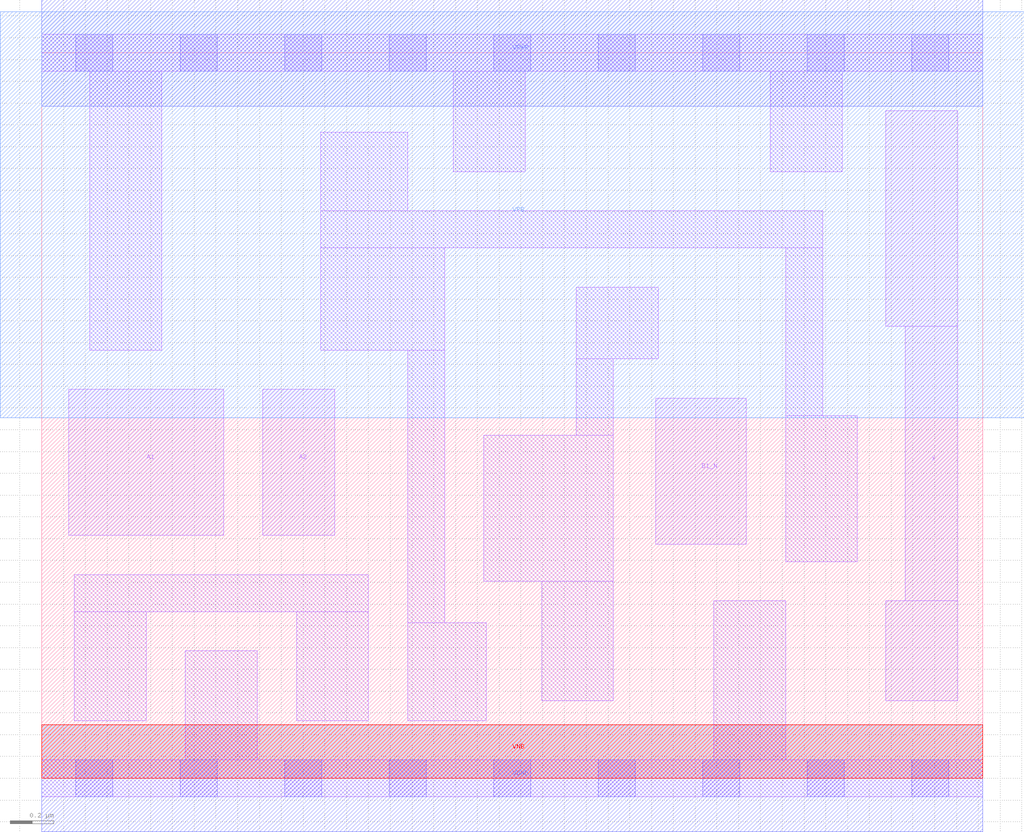
<source format=lef>
# Copyright 2020 The SkyWater PDK Authors
#
# Licensed under the Apache License, Version 2.0 (the "License");
# you may not use this file except in compliance with the License.
# You may obtain a copy of the License at
#
#     https://www.apache.org/licenses/LICENSE-2.0
#
# Unless required by applicable law or agreed to in writing, software
# distributed under the License is distributed on an "AS IS" BASIS,
# WITHOUT WARRANTIES OR CONDITIONS OF ANY KIND, either express or implied.
# See the License for the specific language governing permissions and
# limitations under the License.
#
# SPDX-License-Identifier: Apache-2.0

VERSION 5.7 ;
  NOWIREEXTENSIONATPIN ON ;
  DIVIDERCHAR "/" ;
  BUSBITCHARS "[]" ;
MACRO sky130_fd_sc_lp__o21ba_lp
  CLASS CORE ;
  FOREIGN sky130_fd_sc_lp__o21ba_lp ;
  ORIGIN  0.000000  0.000000 ;
  SIZE  4.320000 BY  3.330000 ;
  SYMMETRY X Y R90 ;
  SITE unit ;
  PIN A1
    ANTENNAGATEAREA  0.313000 ;
    DIRECTION INPUT ;
    USE SIGNAL ;
    PORT
      LAYER li1 ;
        RECT 0.125000 1.115000 0.835000 1.785000 ;
    END
  END A1
  PIN A2
    ANTENNAGATEAREA  0.313000 ;
    DIRECTION INPUT ;
    USE SIGNAL ;
    PORT
      LAYER li1 ;
        RECT 1.015000 1.115000 1.345000 1.785000 ;
    END
  END A2
  PIN B1_N
    ANTENNAGATEAREA  0.376000 ;
    DIRECTION INPUT ;
    USE SIGNAL ;
    PORT
      LAYER li1 ;
        RECT 2.820000 1.075000 3.235000 1.745000 ;
    END
  END B1_N
  PIN X
    ANTENNADIFFAREA  0.404700 ;
    DIRECTION OUTPUT ;
    USE SIGNAL ;
    PORT
      LAYER li1 ;
        RECT 3.875000 0.355000 4.205000 0.815000 ;
        RECT 3.875000 2.075000 4.205000 3.065000 ;
        RECT 3.965000 0.815000 4.205000 2.075000 ;
    END
  END X
  PIN VGND
    DIRECTION INOUT ;
    USE GROUND ;
    PORT
      LAYER met1 ;
        RECT 0.000000 -0.245000 4.320000 0.245000 ;
    END
  END VGND
  PIN VNB
    DIRECTION INOUT ;
    USE GROUND ;
    PORT
      LAYER pwell ;
        RECT 0.000000 0.000000 4.320000 0.245000 ;
    END
  END VNB
  PIN VPB
    DIRECTION INOUT ;
    USE POWER ;
    PORT
      LAYER nwell ;
        RECT -0.190000 1.655000 4.510000 3.520000 ;
    END
  END VPB
  PIN VPWR
    DIRECTION INOUT ;
    USE POWER ;
    PORT
      LAYER met1 ;
        RECT 0.000000 3.085000 4.320000 3.575000 ;
    END
  END VPWR
  OBS
    LAYER li1 ;
      RECT 0.000000 -0.085000 4.320000 0.085000 ;
      RECT 0.000000  3.245000 4.320000 3.415000 ;
      RECT 0.150000  0.265000 0.480000 0.765000 ;
      RECT 0.150000  0.765000 1.500000 0.935000 ;
      RECT 0.220000  1.965000 0.550000 3.245000 ;
      RECT 0.660000  0.085000 0.990000 0.585000 ;
      RECT 1.170000  0.265000 1.500000 0.765000 ;
      RECT 1.280000  1.965000 1.850000 2.435000 ;
      RECT 1.280000  2.435000 3.585000 2.605000 ;
      RECT 1.280000  2.605000 1.680000 2.965000 ;
      RECT 1.680000  0.265000 2.040000 0.715000 ;
      RECT 1.680000  0.715000 1.850000 1.965000 ;
      RECT 1.890000  2.785000 2.220000 3.245000 ;
      RECT 2.030000  0.905000 2.625000 1.575000 ;
      RECT 2.295000  0.355000 2.625000 0.905000 ;
      RECT 2.455000  1.575000 2.625000 1.925000 ;
      RECT 2.455000  1.925000 2.830000 2.255000 ;
      RECT 3.085000  0.085000 3.415000 0.815000 ;
      RECT 3.345000  2.785000 3.675000 3.245000 ;
      RECT 3.415000  0.995000 3.745000 1.665000 ;
      RECT 3.415000  1.665000 3.585000 2.435000 ;
    LAYER mcon ;
      RECT 0.155000 -0.085000 0.325000 0.085000 ;
      RECT 0.155000  3.245000 0.325000 3.415000 ;
      RECT 0.635000 -0.085000 0.805000 0.085000 ;
      RECT 0.635000  3.245000 0.805000 3.415000 ;
      RECT 1.115000 -0.085000 1.285000 0.085000 ;
      RECT 1.115000  3.245000 1.285000 3.415000 ;
      RECT 1.595000 -0.085000 1.765000 0.085000 ;
      RECT 1.595000  3.245000 1.765000 3.415000 ;
      RECT 2.075000 -0.085000 2.245000 0.085000 ;
      RECT 2.075000  3.245000 2.245000 3.415000 ;
      RECT 2.555000 -0.085000 2.725000 0.085000 ;
      RECT 2.555000  3.245000 2.725000 3.415000 ;
      RECT 3.035000 -0.085000 3.205000 0.085000 ;
      RECT 3.035000  3.245000 3.205000 3.415000 ;
      RECT 3.515000 -0.085000 3.685000 0.085000 ;
      RECT 3.515000  3.245000 3.685000 3.415000 ;
      RECT 3.995000 -0.085000 4.165000 0.085000 ;
      RECT 3.995000  3.245000 4.165000 3.415000 ;
  END
END sky130_fd_sc_lp__o21ba_lp
END LIBRARY

</source>
